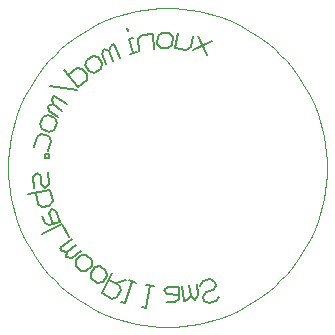
<source format=gbo>
G75*
G70*
%OFA0B0*%
%FSLAX24Y24*%
%IPPOS*%
%LPD*%
%AMOC8*
5,1,8,0,0,1.08239X$1,22.5*
%
%ADD10C,0.0004*%
%ADD11C,0.0070*%
D10*
X000111Y005426D02*
X000117Y005687D01*
X000137Y005947D01*
X000169Y006206D01*
X000213Y006463D01*
X000270Y006717D01*
X000340Y006969D01*
X000422Y007217D01*
X000516Y007460D01*
X000621Y007698D01*
X000739Y007931D01*
X000867Y008158D01*
X001007Y008379D01*
X001157Y008592D01*
X001317Y008798D01*
X001488Y008995D01*
X001668Y009184D01*
X001857Y009364D01*
X002054Y009535D01*
X002260Y009695D01*
X002473Y009845D01*
X002694Y009985D01*
X002921Y010113D01*
X003154Y010231D01*
X003392Y010336D01*
X003635Y010430D01*
X003883Y010512D01*
X004135Y010582D01*
X004389Y010639D01*
X004646Y010683D01*
X004905Y010715D01*
X005165Y010735D01*
X005426Y010741D01*
X005687Y010735D01*
X005947Y010715D01*
X006206Y010683D01*
X006463Y010639D01*
X006717Y010582D01*
X006969Y010512D01*
X007217Y010430D01*
X007460Y010336D01*
X007698Y010231D01*
X007931Y010113D01*
X008158Y009985D01*
X008379Y009845D01*
X008592Y009695D01*
X008798Y009535D01*
X008995Y009364D01*
X009184Y009184D01*
X009364Y008995D01*
X009535Y008798D01*
X009695Y008592D01*
X009845Y008379D01*
X009985Y008158D01*
X010113Y007931D01*
X010231Y007698D01*
X010336Y007460D01*
X010430Y007217D01*
X010512Y006969D01*
X010582Y006717D01*
X010639Y006463D01*
X010683Y006206D01*
X010715Y005947D01*
X010735Y005687D01*
X010741Y005426D01*
X010735Y005165D01*
X010715Y004905D01*
X010683Y004646D01*
X010639Y004389D01*
X010582Y004135D01*
X010512Y003883D01*
X010430Y003635D01*
X010336Y003392D01*
X010231Y003154D01*
X010113Y002921D01*
X009985Y002694D01*
X009845Y002473D01*
X009695Y002260D01*
X009535Y002054D01*
X009364Y001857D01*
X009184Y001668D01*
X008995Y001488D01*
X008798Y001317D01*
X008592Y001157D01*
X008379Y001007D01*
X008158Y000867D01*
X007931Y000739D01*
X007698Y000621D01*
X007460Y000516D01*
X007217Y000422D01*
X006969Y000340D01*
X006717Y000270D01*
X006463Y000213D01*
X006206Y000169D01*
X005947Y000137D01*
X005687Y000117D01*
X005426Y000111D01*
X005165Y000117D01*
X004905Y000137D01*
X004646Y000169D01*
X004389Y000213D01*
X004135Y000270D01*
X003883Y000340D01*
X003635Y000422D01*
X003392Y000516D01*
X003154Y000621D01*
X002921Y000739D01*
X002694Y000867D01*
X002473Y001007D01*
X002260Y001157D01*
X002054Y001317D01*
X001857Y001488D01*
X001668Y001668D01*
X001488Y001857D01*
X001317Y002054D01*
X001157Y002260D01*
X001007Y002473D01*
X000867Y002694D01*
X000739Y002921D01*
X000621Y003154D01*
X000516Y003392D01*
X000422Y003635D01*
X000340Y003883D01*
X000270Y004135D01*
X000213Y004389D01*
X000169Y004646D01*
X000137Y004905D01*
X000117Y005165D01*
X000111Y005426D01*
D11*
X002363Y002335D02*
X002363Y002157D01*
X002541Y001978D01*
X002719Y001977D01*
X002898Y002155D01*
X002899Y002333D01*
X002721Y002513D01*
X002543Y002513D01*
X002363Y002335D01*
X002234Y002421D02*
X002539Y002644D01*
X002390Y002848D02*
X002085Y002624D01*
X002057Y002448D01*
X002234Y002421D01*
X002085Y002624D02*
X001908Y002652D01*
X001834Y002753D01*
X002241Y003052D01*
X002156Y003107D02*
X001922Y003555D01*
X001251Y003204D01*
X001488Y003499D02*
X001328Y003577D01*
X001245Y003816D01*
X001484Y003898D02*
X001607Y003540D01*
X001488Y003499D02*
X001846Y003622D01*
X001723Y003980D01*
X001562Y004058D01*
X001484Y003898D01*
X001492Y004155D02*
X001244Y004109D01*
X001097Y004211D01*
X001029Y004583D01*
X000968Y004746D02*
X000956Y005124D01*
X001078Y005254D01*
X001209Y005132D01*
X001216Y004880D01*
X001347Y004757D01*
X001469Y004888D01*
X001457Y005266D01*
X001463Y005736D02*
X001478Y005861D01*
X001352Y005876D01*
X001337Y005751D01*
X001463Y005736D01*
X001453Y005960D02*
X001554Y006325D01*
X001466Y006480D01*
X001222Y006547D01*
X001067Y006459D01*
X000966Y006094D01*
X001232Y006702D02*
X001168Y006869D01*
X001270Y007099D01*
X001437Y007163D01*
X001668Y007061D01*
X001732Y006894D01*
X001629Y006663D01*
X001462Y006599D01*
X001232Y006702D01*
X001470Y007315D02*
X001789Y007111D01*
X001925Y007324D02*
X001606Y007528D01*
X001431Y007489D01*
X001470Y007315D01*
X001606Y007528D02*
X001567Y007702D01*
X001635Y007808D01*
X002061Y007536D01*
X002414Y008016D02*
X001512Y008135D01*
X001961Y008690D02*
X002450Y008111D01*
X002739Y008356D01*
X002754Y008533D01*
X002591Y008726D01*
X002413Y008741D01*
X002124Y008497D01*
X002686Y008849D02*
X002728Y009022D01*
X002943Y009154D01*
X003116Y009113D01*
X003249Y008898D01*
X003207Y008724D01*
X002992Y008592D01*
X002819Y008633D01*
X002686Y008849D01*
X003229Y009220D02*
X003377Y008871D01*
X003609Y008970D02*
X003461Y009318D01*
X003296Y009385D01*
X003229Y009220D01*
X003461Y009318D02*
X003528Y009484D01*
X003644Y009533D01*
X003842Y009068D01*
X004160Y009201D02*
X004404Y009264D01*
X004487Y009323D02*
X004449Y009700D01*
X004562Y009838D01*
X004939Y009876D01*
X004990Y009374D01*
X005087Y009546D02*
X005099Y009798D01*
X005231Y009918D01*
X005484Y009905D01*
X005603Y009773D01*
X005591Y009521D01*
X005459Y009401D01*
X005207Y009413D01*
X005087Y009546D01*
X005682Y009426D02*
X005781Y009921D01*
X006276Y009821D02*
X006202Y009450D01*
X006053Y009351D01*
X005682Y009426D01*
X006277Y009343D02*
X006924Y009645D01*
X006450Y009817D02*
X006751Y009170D01*
X004282Y009233D02*
X004156Y009722D01*
X004279Y009753D01*
X004094Y009966D02*
X004062Y010089D01*
X001525Y004674D02*
X001594Y004302D01*
X001492Y004155D01*
X001525Y004674D02*
X000781Y004538D01*
X003011Y002115D02*
X003187Y002141D01*
X003390Y001990D01*
X003416Y001814D01*
X003265Y001611D01*
X003089Y001585D01*
X002886Y001736D01*
X002860Y001912D01*
X003011Y002115D01*
X003474Y001679D02*
X003808Y001502D01*
X003860Y001331D01*
X003742Y001108D01*
X003571Y001056D01*
X003236Y001234D01*
X003592Y001902D01*
X003696Y001561D02*
X004038Y001665D01*
X004140Y001668D02*
X004378Y001584D01*
X004259Y001626D02*
X004007Y000911D01*
X003888Y000953D01*
X004574Y000774D02*
X004698Y000750D01*
X004840Y001494D01*
X004716Y001518D02*
X004964Y001470D01*
X005304Y001329D02*
X005425Y001198D01*
X005803Y001184D01*
X005798Y001058D02*
X005813Y001436D01*
X005434Y001451D01*
X005304Y001329D01*
X005415Y000946D02*
X005667Y000936D01*
X005798Y001058D01*
X005960Y000981D02*
X006085Y000995D01*
X006196Y001134D01*
X006336Y001023D01*
X006447Y001162D01*
X006405Y001539D01*
X006520Y001476D02*
X006610Y001631D01*
X006854Y001696D01*
X007008Y001607D01*
X007041Y001485D01*
X006951Y001330D01*
X006708Y001265D01*
X006618Y001110D01*
X006651Y000989D01*
X006806Y000899D01*
X007050Y000965D01*
X007139Y001119D01*
X006196Y001134D02*
X006154Y001511D01*
X005903Y001482D02*
X005960Y000981D01*
M02*

</source>
